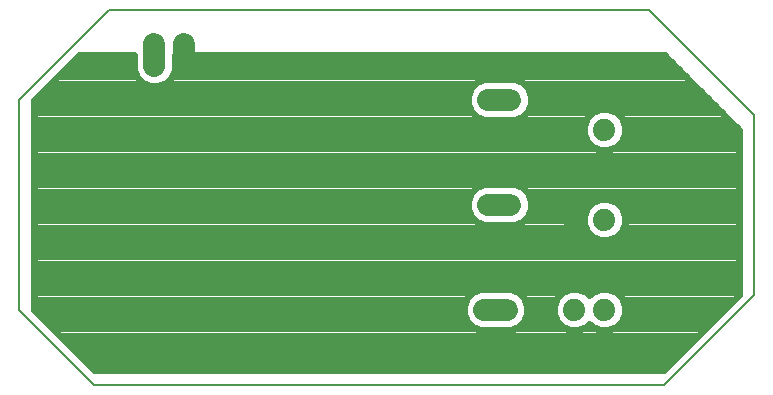
<source format=gbl>
G75*
%MOIN*%
%OFA0B0*%
%FSLAX25Y25*%
%IPPOS*%
%LPD*%
%AMOC8*
5,1,8,0,0,1.08239X$1,22.5*
%
%ADD10C,0.00600*%
%ADD11C,0.07400*%
%ADD12C,0.07400*%
%ADD13C,0.02400*%
D10*
X0026300Y0001300D02*
X0001300Y0026300D01*
X0001300Y0096300D01*
X0031300Y0126300D01*
X0211300Y0126300D01*
X0246300Y0091300D01*
X0246300Y0031300D01*
X0216300Y0001300D01*
X0026300Y0001300D01*
D11*
X0156300Y0026300D02*
X0163700Y0026300D01*
X0165000Y0051300D02*
X0157600Y0051300D01*
X0157600Y0061300D02*
X0165000Y0061300D01*
X0165000Y0086300D02*
X0157600Y0086300D01*
X0157600Y0096300D02*
X0165000Y0096300D01*
X0056300Y0107600D02*
X0056300Y0115000D01*
X0046300Y0115000D02*
X0046300Y0107600D01*
D12*
X0186300Y0086300D03*
X0196300Y0086300D03*
X0196300Y0056300D03*
X0186300Y0056300D03*
X0186300Y0026300D03*
X0196300Y0026300D03*
D13*
X0220488Y0010488D02*
X0022112Y0010488D01*
X0024510Y0008090D02*
X0218090Y0008090D01*
X0216300Y0006300D02*
X0026300Y0006300D01*
X0006300Y0026300D01*
X0006300Y0096300D01*
X0021300Y0111300D01*
X0039400Y0111300D01*
X0039400Y0106227D01*
X0040450Y0103691D01*
X0042391Y0101750D01*
X0044927Y0100700D01*
X0047672Y0100700D01*
X0050209Y0101750D01*
X0052150Y0103691D01*
X0053200Y0106227D01*
X0053200Y0111300D01*
X0216300Y0111300D01*
X0241300Y0086300D01*
X0241300Y0031300D01*
X0216300Y0006300D01*
X0222887Y0012887D02*
X0019713Y0012887D01*
X0017315Y0015285D02*
X0225285Y0015285D01*
X0227684Y0017684D02*
X0014916Y0017684D01*
X0012518Y0020082D02*
X0153281Y0020082D01*
X0152391Y0020450D02*
X0154927Y0019400D01*
X0165072Y0019400D01*
X0167609Y0020450D01*
X0169550Y0022391D01*
X0170600Y0024927D01*
X0170600Y0027672D01*
X0169550Y0030209D01*
X0167609Y0032150D01*
X0165072Y0033200D01*
X0154927Y0033200D01*
X0152391Y0032150D01*
X0150450Y0030209D01*
X0149400Y0027672D01*
X0149400Y0024927D01*
X0150450Y0022391D01*
X0152391Y0020450D01*
X0150414Y0022481D02*
X0010119Y0022481D01*
X0007721Y0024879D02*
X0149420Y0024879D01*
X0149400Y0027278D02*
X0006300Y0027278D01*
X0006300Y0029676D02*
X0150230Y0029676D01*
X0152317Y0032075D02*
X0006300Y0032075D01*
X0006300Y0034473D02*
X0241300Y0034473D01*
X0241300Y0036872D02*
X0006300Y0036872D01*
X0006300Y0039270D02*
X0241300Y0039270D01*
X0241300Y0041669D02*
X0006300Y0041669D01*
X0006300Y0044067D02*
X0241300Y0044067D01*
X0241300Y0046466D02*
X0006300Y0046466D01*
X0006300Y0048864D02*
X0241300Y0048864D01*
X0241300Y0051263D02*
X0201021Y0051263D01*
X0200209Y0050450D02*
X0202150Y0052391D01*
X0203200Y0054927D01*
X0203200Y0057672D01*
X0202150Y0060209D01*
X0200209Y0062150D01*
X0197672Y0063200D01*
X0194927Y0063200D01*
X0192391Y0062150D01*
X0190450Y0060209D01*
X0189400Y0057672D01*
X0189400Y0054927D01*
X0190450Y0052391D01*
X0192391Y0050450D01*
X0194927Y0049400D01*
X0197672Y0049400D01*
X0200209Y0050450D01*
X0202676Y0053661D02*
X0241300Y0053661D01*
X0241300Y0056060D02*
X0203200Y0056060D01*
X0202874Y0058458D02*
X0241300Y0058458D01*
X0241300Y0060857D02*
X0201501Y0060857D01*
X0191099Y0060857D02*
X0171900Y0060857D01*
X0171900Y0059927D02*
X0171900Y0062672D01*
X0170850Y0065209D01*
X0168909Y0067150D01*
X0166372Y0068200D01*
X0156227Y0068200D01*
X0153691Y0067150D01*
X0151750Y0065209D01*
X0150700Y0062672D01*
X0150700Y0059927D01*
X0151750Y0057391D01*
X0153691Y0055450D01*
X0156227Y0054400D01*
X0166372Y0054400D01*
X0168909Y0055450D01*
X0170850Y0057391D01*
X0171900Y0059927D01*
X0171291Y0058458D02*
X0189726Y0058458D01*
X0189400Y0056060D02*
X0169518Y0056060D01*
X0171659Y0063255D02*
X0241300Y0063255D01*
X0241300Y0065654D02*
X0170404Y0065654D01*
X0166729Y0068052D02*
X0241300Y0068052D01*
X0241300Y0070451D02*
X0006300Y0070451D01*
X0006300Y0072849D02*
X0241300Y0072849D01*
X0241300Y0075248D02*
X0006300Y0075248D01*
X0006300Y0077646D02*
X0241300Y0077646D01*
X0241300Y0080045D02*
X0199229Y0080045D01*
X0200209Y0080450D02*
X0202150Y0082391D01*
X0203200Y0084927D01*
X0203200Y0087672D01*
X0202150Y0090209D01*
X0200209Y0092150D01*
X0197672Y0093200D01*
X0194927Y0093200D01*
X0192391Y0092150D01*
X0190450Y0090209D01*
X0189400Y0087672D01*
X0189400Y0084927D01*
X0190450Y0082391D01*
X0192391Y0080450D01*
X0194927Y0079400D01*
X0197672Y0079400D01*
X0200209Y0080450D01*
X0202171Y0082443D02*
X0241300Y0082443D01*
X0241300Y0084842D02*
X0203165Y0084842D01*
X0203200Y0087240D02*
X0240360Y0087240D01*
X0237961Y0089639D02*
X0202385Y0089639D01*
X0200321Y0092037D02*
X0235563Y0092037D01*
X0233164Y0094436D02*
X0171696Y0094436D01*
X0171900Y0094927D02*
X0171900Y0097672D01*
X0170850Y0100209D01*
X0168909Y0102150D01*
X0166372Y0103200D01*
X0156227Y0103200D01*
X0153691Y0102150D01*
X0151750Y0100209D01*
X0150700Y0097672D01*
X0150700Y0094927D01*
X0151750Y0092391D01*
X0153691Y0090450D01*
X0156227Y0089400D01*
X0166372Y0089400D01*
X0168909Y0090450D01*
X0170850Y0092391D01*
X0171900Y0094927D01*
X0171900Y0096834D02*
X0230766Y0096834D01*
X0228367Y0099233D02*
X0171254Y0099233D01*
X0169427Y0101632D02*
X0225968Y0101632D01*
X0223570Y0104030D02*
X0052290Y0104030D01*
X0053200Y0106429D02*
X0221171Y0106429D01*
X0218773Y0108827D02*
X0053200Y0108827D01*
X0053200Y0111226D02*
X0216374Y0111226D01*
X0192279Y0092037D02*
X0170496Y0092037D01*
X0166949Y0089639D02*
X0190215Y0089639D01*
X0189400Y0087240D02*
X0006300Y0087240D01*
X0006300Y0084842D02*
X0189435Y0084842D01*
X0190429Y0082443D02*
X0006300Y0082443D01*
X0006300Y0080045D02*
X0193371Y0080045D01*
X0155651Y0089639D02*
X0006300Y0089639D01*
X0006300Y0092037D02*
X0152104Y0092037D01*
X0150904Y0094436D02*
X0006300Y0094436D01*
X0006834Y0096834D02*
X0150700Y0096834D01*
X0151346Y0099233D02*
X0009233Y0099233D01*
X0011632Y0101632D02*
X0042679Y0101632D01*
X0040310Y0104030D02*
X0014030Y0104030D01*
X0016429Y0106429D02*
X0039400Y0106429D01*
X0039400Y0108827D02*
X0018827Y0108827D01*
X0021226Y0111226D02*
X0039400Y0111226D01*
X0049921Y0101632D02*
X0153173Y0101632D01*
X0155871Y0068052D02*
X0006300Y0068052D01*
X0006300Y0065654D02*
X0152196Y0065654D01*
X0150941Y0063255D02*
X0006300Y0063255D01*
X0006300Y0060857D02*
X0150700Y0060857D01*
X0151309Y0058458D02*
X0006300Y0058458D01*
X0006300Y0056060D02*
X0153082Y0056060D01*
X0189924Y0053661D02*
X0006300Y0053661D01*
X0006300Y0051263D02*
X0191579Y0051263D01*
X0194927Y0033200D02*
X0192391Y0032150D01*
X0191300Y0031058D01*
X0190209Y0032150D01*
X0187672Y0033200D01*
X0184927Y0033200D01*
X0182391Y0032150D01*
X0180450Y0030209D01*
X0179400Y0027672D01*
X0179400Y0024927D01*
X0180450Y0022391D01*
X0182391Y0020450D01*
X0184927Y0019400D01*
X0187672Y0019400D01*
X0190209Y0020450D01*
X0191300Y0021542D01*
X0192391Y0020450D01*
X0194927Y0019400D01*
X0197672Y0019400D01*
X0200209Y0020450D01*
X0202150Y0022391D01*
X0203200Y0024927D01*
X0203200Y0027672D01*
X0202150Y0030209D01*
X0200209Y0032150D01*
X0197672Y0033200D01*
X0194927Y0033200D01*
X0192317Y0032075D02*
X0190283Y0032075D01*
X0182317Y0032075D02*
X0167683Y0032075D01*
X0169770Y0029676D02*
X0180230Y0029676D01*
X0179400Y0027278D02*
X0170600Y0027278D01*
X0170580Y0024879D02*
X0179420Y0024879D01*
X0180414Y0022481D02*
X0169586Y0022481D01*
X0166719Y0020082D02*
X0183281Y0020082D01*
X0189319Y0020082D02*
X0193281Y0020082D01*
X0199319Y0020082D02*
X0230082Y0020082D01*
X0232481Y0022481D02*
X0202186Y0022481D01*
X0203180Y0024879D02*
X0234879Y0024879D01*
X0237278Y0027278D02*
X0203200Y0027278D01*
X0202370Y0029676D02*
X0239676Y0029676D01*
X0241300Y0032075D02*
X0200283Y0032075D01*
M02*

</source>
